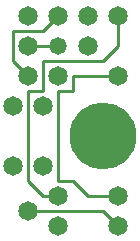
<source format=gbl>
%MOIN*%
%FSLAX25Y25*%
G04 D10 used for Character Trace; *
G04     Circle (OD=.01000) (No hole)*
G04 D11 used for Power Trace; *
G04     Circle (OD=.06700) (No hole)*
G04 D12 used for Signal Trace; *
G04     Circle (OD=.01100) (No hole)*
G04 D13 used for Via; *
G04     Circle (OD=.05800) (Round. Hole ID=.02800)*
G04 D14 used for Component hole; *
G04     Circle (OD=.06500) (Round. Hole ID=.03500)*
G04 D15 used for Component hole; *
G04     Circle (OD=.06700) (Round. Hole ID=.04300)*
G04 D16 used for Component hole; *
G04     Circle (OD=.08100) (Round. Hole ID=.05100)*
G04 D17 used for Component hole; *
G04     Circle (OD=.08900) (Round. Hole ID=.05900)*
G04 D18 used for Component hole; *
G04     Circle (OD=.11300) (Round. Hole ID=.08300)*
G04 D19 used for Component hole; *
G04     Circle (OD=.16000) (Round. Hole ID=.13000)*
G04 D20 used for Component hole; *
G04     Circle (OD=.18300) (Round. Hole ID=.15300)*
G04 D21 used for Component hole; *
G04     Circle (OD=.22291) (Round. Hole ID=.19291)*
%ADD10C,.01000*%
%ADD11C,.06700*%
%ADD12C,.01100*%
%ADD13C,.05800*%
%ADD14C,.06500*%
%ADD15C,.06700*%
%ADD16C,.08100*%
%ADD17C,.08900*%
%ADD18C,.11300*%
%ADD19C,.16000*%
%ADD20C,.18300*%
%ADD21C,.22291*%
%IPPOS*%
%LPD*%
G90*X0Y0D02*D14*X15000Y10000D03*D12*X40000D01*    
X45000Y5000D01*D14*D03*D12*X35000Y15000D02*       
X45000D01*D14*D03*D12*X35000D02*X30000Y20000D01*  
X25000D01*Y50000D01*X30000D01*Y55000D01*X45000D01*
D14*D03*D12*X20000Y60000D02*X40000D01*            
X20000Y50000D02*Y60000D01*X15000Y50000D02*        
X20000D01*X15000Y20000D02*Y50000D01*              
X20000Y15000D02*X15000Y20000D01*X20000Y15000D02*  
X25000D01*D14*D03*Y5000D03*X20000Y25000D03*       
X10000D03*D21*X40000Y35000D03*D14*X20000Y45000D03*
X10000D03*X25000Y55000D03*X15000D03*D12*          
X10000Y60000D01*Y70000D01*X20000D01*              
X25000Y75000D01*D14*D03*X35000Y65000D03*X15000D03*
D12*X25000D01*D13*D03*D14*X35000Y75000D03*        
X15000D03*D12*X40000Y60000D02*X45000Y65000D01*    
Y75000D01*D14*D03*M02*                            

</source>
